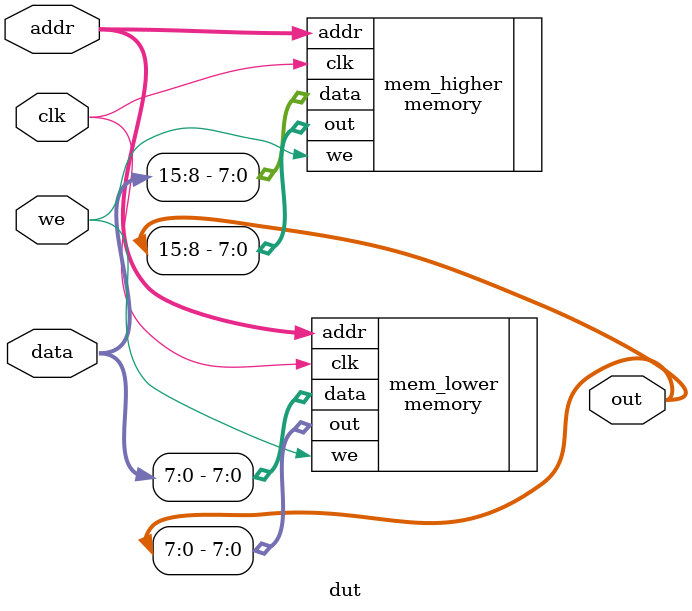
<source format=v>
module dut (
    input clk,
    input we,
    input   [5:0] addr,
    input   [15:0] data,
    output  [15:0] out
);

memory mem_lower(
    .clk(clk),
    .we(we),
    .addr(addr),
    .data(data[7:0]),
    .out(out[7:0])
);

memory mem_higher(
    .clk(clk),
    .we(we),
    .addr(addr),
    .data(data[15:8]),
    .out(out[15:8])
);
    
endmodule
</source>
